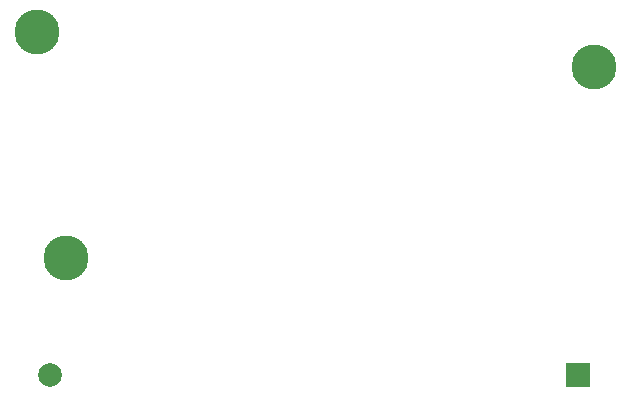
<source format=gbr>
%TF.GenerationSoftware,KiCad,Pcbnew,7.0.2*%
%TF.CreationDate,2023-05-16T00:14:24-03:00*%
%TF.ProjectId,fullWirelessComTractian,66756c6c-5769-4726-956c-657373436f6d,rev?*%
%TF.SameCoordinates,Original*%
%TF.FileFunction,Soldermask,Bot*%
%TF.FilePolarity,Negative*%
%FSLAX46Y46*%
G04 Gerber Fmt 4.6, Leading zero omitted, Abs format (unit mm)*
G04 Created by KiCad (PCBNEW 7.0.2) date 2023-05-16 00:14:24*
%MOMM*%
%LPD*%
G01*
G04 APERTURE LIST*
%ADD10C,3.800000*%
%ADD11R,2.000000X2.000000*%
%ADD12C,2.000000*%
G04 APERTURE END LIST*
D10*
%TO.C,REF\u002A\u002A*%
X178490000Y-99180000D03*
%TD*%
%TO.C,REF\u002A\u002A*%
X131400000Y-96210000D03*
%TD*%
%TO.C,REF\u002A\u002A*%
X133790000Y-115350000D03*
%TD*%
D11*
%TO.C,BT1*%
X177180000Y-125230000D03*
D12*
X132480000Y-125230000D03*
%TD*%
M02*

</source>
